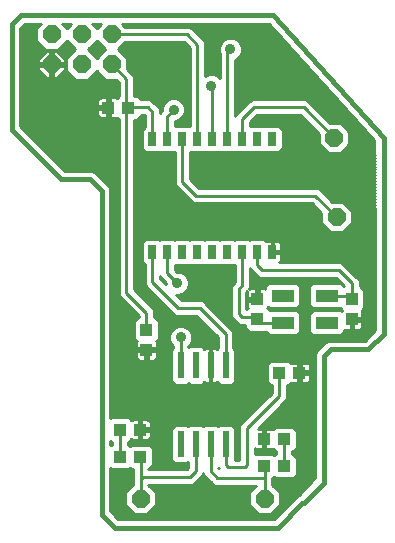
<source format=gtl>
G75*
G70*
%OFA0B0*%
%FSLAX24Y24*%
%IPPOS*%
%LPD*%
%AMOC8*
5,1,8,0,0,1.08239X$1,22.5*
%
%ADD10C,0.0160*%
%ADD11R,0.0433X0.0394*%
%ADD12R,0.0300X0.0450*%
%ADD13R,0.0236X0.0866*%
%ADD14R,0.0394X0.0433*%
%ADD15R,0.0748X0.0433*%
%ADD16OC8,0.0600*%
%ADD17C,0.0100*%
%ADD18C,0.0356*%
D10*
X006910Y003949D02*
X006910Y014737D01*
X006516Y015130D01*
X005571Y015130D01*
X003918Y016784D01*
X003918Y020288D01*
X004233Y020603D01*
X012619Y020603D01*
X016319Y016508D01*
X016319Y009973D01*
X015807Y009461D01*
X014548Y009461D01*
X014311Y009225D01*
X014311Y005012D01*
X013642Y004343D01*
X013603Y004343D02*
X012776Y003516D01*
X007343Y003516D01*
X006910Y003949D01*
D11*
X007520Y005878D03*
X008189Y005878D03*
X008189Y006784D03*
X007520Y006784D03*
X012323Y006469D03*
X012993Y006469D03*
X012993Y005563D03*
X012323Y005563D03*
X012835Y008674D03*
X013504Y008674D03*
X007804Y017508D03*
X007134Y017508D03*
D12*
X008599Y016472D03*
X009099Y016472D03*
X009599Y016472D03*
X010099Y016472D03*
X010599Y016472D03*
X011099Y016472D03*
X011599Y016472D03*
X012099Y016472D03*
X012599Y016472D03*
X012599Y012702D03*
X012099Y012702D03*
X011599Y012702D03*
X011099Y012702D03*
X010599Y012702D03*
X010099Y012702D03*
X009599Y012702D03*
X009099Y012702D03*
X008599Y012702D03*
D13*
X009546Y008922D03*
X010046Y008922D03*
X010546Y008922D03*
X011046Y008922D03*
X011046Y006300D03*
X010546Y006300D03*
X010046Y006300D03*
X009546Y006300D03*
D14*
X008406Y009441D03*
X008406Y010111D03*
X012107Y010465D03*
X012107Y011134D03*
X015256Y011134D03*
X015256Y010465D03*
D15*
X014410Y010347D03*
X014410Y011252D03*
X012953Y011252D03*
X012953Y010347D03*
D16*
X014744Y013870D03*
X014666Y016508D03*
X007241Y018961D03*
X007241Y019961D03*
X006241Y019961D03*
X006241Y018961D03*
X005241Y018961D03*
X005241Y019961D03*
X008209Y004481D03*
X012343Y004481D03*
D17*
X012343Y005170D01*
X010768Y005170D01*
X010546Y005392D01*
X010546Y006300D01*
X011046Y006300D02*
X011046Y005601D01*
X011122Y005524D01*
X011674Y005524D01*
X011752Y005603D01*
X011752Y006823D01*
X012835Y007906D01*
X012835Y008674D01*
X013093Y008269D02*
X013138Y008269D01*
X013214Y008346D01*
X013230Y008337D01*
X013268Y008327D01*
X013456Y008327D01*
X013456Y008625D01*
X013553Y008625D01*
X013553Y008722D01*
X013871Y008722D01*
X013871Y008890D01*
X013861Y008928D01*
X013841Y008963D01*
X013813Y008991D01*
X013779Y009010D01*
X013741Y009020D01*
X013553Y009020D01*
X013553Y008722D01*
X013456Y008722D01*
X013456Y009020D01*
X013268Y009020D01*
X013230Y009010D01*
X013214Y009001D01*
X013138Y009078D01*
X012533Y009078D01*
X012411Y008956D01*
X012411Y008391D01*
X012533Y008269D01*
X012578Y008269D01*
X012578Y008013D01*
X011534Y006969D01*
X011495Y006874D01*
X011495Y005781D01*
X011371Y005781D01*
X011371Y006819D01*
X011250Y006940D01*
X010842Y006940D01*
X010796Y006894D01*
X010750Y006940D01*
X010342Y006940D01*
X010296Y006894D01*
X010250Y006940D01*
X009842Y006940D01*
X009796Y006894D01*
X009750Y006940D01*
X009342Y006940D01*
X009220Y006819D01*
X009220Y005781D01*
X009342Y005659D01*
X009750Y005659D01*
X009788Y005698D01*
X009788Y005499D01*
X009756Y005467D01*
X008467Y005467D01*
X008467Y005474D01*
X008492Y005474D01*
X008613Y005596D01*
X008613Y006161D01*
X008492Y006283D01*
X007887Y006283D01*
X007855Y006251D01*
X007823Y006283D01*
X007778Y006283D01*
X007778Y006380D01*
X007823Y006380D01*
X007899Y006456D01*
X007915Y006447D01*
X007953Y006437D01*
X008141Y006437D01*
X008141Y006735D01*
X008238Y006735D01*
X008238Y006437D01*
X008426Y006437D01*
X008464Y006447D01*
X008498Y006467D01*
X008526Y006495D01*
X008546Y006529D01*
X008556Y006567D01*
X008556Y006735D01*
X008238Y006735D01*
X008238Y006832D01*
X008556Y006832D01*
X008556Y007000D01*
X008546Y007039D01*
X008526Y007073D01*
X008498Y007101D01*
X008464Y007120D01*
X008426Y007131D01*
X008238Y007131D01*
X008238Y006832D01*
X008141Y006832D01*
X008141Y007131D01*
X007953Y007131D01*
X007915Y007120D01*
X007899Y007111D01*
X007823Y007188D01*
X007218Y007188D01*
X007197Y007168D01*
X007197Y014794D01*
X007154Y014899D01*
X006760Y015293D01*
X006679Y015374D01*
X006573Y015418D01*
X005690Y015418D01*
X004205Y016903D01*
X004205Y020169D01*
X004352Y020315D01*
X004877Y020315D01*
X004733Y020171D01*
X004733Y019751D01*
X005030Y019454D01*
X005451Y019454D01*
X005741Y019743D01*
X006023Y019461D01*
X005733Y019171D01*
X005733Y018751D01*
X006030Y018454D01*
X006451Y018454D01*
X006741Y018743D01*
X007030Y018454D01*
X007384Y018454D01*
X007479Y018358D01*
X007479Y017891D01*
X007424Y017836D01*
X007409Y017845D01*
X007371Y017855D01*
X007183Y017855D01*
X007183Y017557D01*
X007086Y017557D01*
X007086Y017855D01*
X006898Y017855D01*
X006860Y017845D01*
X006826Y017825D01*
X006798Y017797D01*
X006778Y017763D01*
X006768Y017725D01*
X006768Y017557D01*
X007086Y017557D01*
X007086Y017460D01*
X007183Y017460D01*
X007183Y017161D01*
X007371Y017161D01*
X007409Y017172D01*
X007424Y017181D01*
X007479Y017126D01*
X007479Y011300D01*
X007518Y011205D01*
X007591Y011133D01*
X008148Y010575D01*
X008148Y010535D01*
X008123Y010535D01*
X008002Y010413D01*
X008002Y009808D01*
X008078Y009731D01*
X008069Y009716D01*
X008059Y009678D01*
X008059Y009490D01*
X008357Y009490D01*
X008357Y009393D01*
X008059Y009393D01*
X008059Y009205D01*
X008069Y009167D01*
X008089Y009133D01*
X008117Y009105D01*
X008151Y009085D01*
X008189Y009075D01*
X008357Y009075D01*
X008357Y009393D01*
X008454Y009393D01*
X008454Y009075D01*
X008623Y009075D01*
X008661Y009085D01*
X008695Y009105D01*
X008723Y009133D01*
X008743Y009167D01*
X008753Y009205D01*
X008753Y009393D01*
X008454Y009393D01*
X008454Y009490D01*
X008753Y009490D01*
X008753Y009678D01*
X008743Y009716D01*
X008733Y009731D01*
X008810Y009808D01*
X008810Y010413D01*
X008689Y010535D01*
X008663Y010535D01*
X008663Y010733D01*
X008624Y010827D01*
X008552Y010900D01*
X008552Y010900D01*
X007994Y011457D01*
X007994Y017104D01*
X008106Y017104D01*
X008228Y017225D01*
X008228Y017274D01*
X008339Y017274D01*
X008341Y017272D01*
X008341Y016883D01*
X008241Y016783D01*
X008241Y016161D01*
X008363Y016040D01*
X008835Y016040D01*
X008849Y016054D01*
X008863Y016040D01*
X009335Y016040D01*
X009341Y016046D01*
X009341Y016046D01*
X009341Y014989D01*
X009381Y014894D01*
X009841Y014433D01*
X009914Y014361D01*
X010008Y014322D01*
X013929Y014322D01*
X014237Y014014D01*
X014237Y013660D01*
X014534Y013363D01*
X014955Y013363D01*
X015252Y013660D01*
X015252Y014081D01*
X014955Y014378D01*
X014601Y014378D01*
X014182Y014797D01*
X014087Y014837D01*
X010166Y014837D01*
X009856Y015146D01*
X009856Y016046D01*
X009856Y016046D01*
X009863Y016040D01*
X010335Y016040D01*
X010349Y016054D01*
X010363Y016040D01*
X010835Y016040D01*
X010849Y016054D01*
X010863Y016040D01*
X011335Y016040D01*
X011349Y016054D01*
X011363Y016040D01*
X011835Y016040D01*
X011849Y016054D01*
X011863Y016040D01*
X012335Y016040D01*
X012349Y016054D01*
X012363Y016040D01*
X012835Y016040D01*
X012956Y016161D01*
X012956Y016783D01*
X012835Y016904D01*
X012363Y016904D01*
X012349Y016890D01*
X012335Y016904D01*
X011863Y016904D01*
X011856Y016898D01*
X011856Y017035D01*
X012095Y017274D01*
X013535Y017274D01*
X014158Y016652D01*
X014158Y016298D01*
X014456Y016001D01*
X014876Y016001D01*
X015173Y016298D01*
X015173Y016718D01*
X014876Y017016D01*
X014522Y017016D01*
X013788Y017750D01*
X013693Y017789D01*
X011937Y017789D01*
X011843Y017750D01*
X011770Y017678D01*
X011381Y017288D01*
X011356Y017229D01*
X011356Y019108D01*
X011420Y019134D01*
X011528Y019243D01*
X011587Y019384D01*
X011587Y019538D01*
X011528Y019679D01*
X011420Y019788D01*
X011278Y019847D01*
X011124Y019847D01*
X010983Y019788D01*
X010874Y019679D01*
X010816Y019538D01*
X010816Y019384D01*
X010841Y019322D01*
X010841Y018516D01*
X010790Y018567D01*
X010648Y018626D01*
X010495Y018626D01*
X010356Y018569D01*
X010356Y019670D01*
X010317Y019764D01*
X009975Y020107D01*
X009902Y020179D01*
X009808Y020219D01*
X007701Y020219D01*
X007604Y020315D01*
X012491Y020315D01*
X016005Y016427D01*
X016032Y011986D01*
X016032Y010092D01*
X015688Y009749D01*
X014490Y009749D01*
X014385Y009705D01*
X014304Y009624D01*
X014068Y009388D01*
X014024Y009282D01*
X014024Y005197D01*
X013878Y005052D01*
X013485Y004619D01*
X013462Y004596D01*
X013440Y004587D01*
X012657Y003804D01*
X007462Y003804D01*
X007371Y003895D01*
X007197Y004093D01*
X007197Y005494D01*
X007218Y005474D01*
X007823Y005474D01*
X007855Y005506D01*
X007887Y005474D01*
X007952Y005474D01*
X007952Y004941D01*
X007702Y004691D01*
X007702Y004271D01*
X007999Y003973D01*
X008419Y003973D01*
X008717Y004271D01*
X008717Y004691D01*
X008467Y004941D01*
X008467Y004952D01*
X009914Y004952D01*
X010008Y004991D01*
X010081Y005063D01*
X010264Y005246D01*
X010296Y005323D01*
X010327Y005246D01*
X010550Y005024D01*
X010622Y004951D01*
X010717Y004912D01*
X012057Y004912D01*
X011835Y004691D01*
X011835Y004271D01*
X012133Y003973D01*
X012553Y003973D01*
X012850Y004271D01*
X012850Y004691D01*
X012600Y004941D01*
X012600Y005159D01*
X012626Y005159D01*
X012658Y005191D01*
X012690Y005159D01*
X013295Y005159D01*
X013417Y005281D01*
X013417Y005846D01*
X013295Y005968D01*
X013250Y005968D01*
X013250Y006065D01*
X013295Y006065D01*
X013417Y006186D01*
X013417Y006752D01*
X013295Y006873D01*
X012690Y006873D01*
X012613Y006796D01*
X012598Y006806D01*
X012560Y006816D01*
X012372Y006816D01*
X012372Y006517D01*
X012275Y006517D01*
X012275Y006816D01*
X012109Y006816D01*
X012981Y007688D01*
X013053Y007760D01*
X013093Y007855D01*
X013093Y008269D01*
X013093Y008265D02*
X014024Y008265D01*
X014024Y008363D02*
X013819Y008363D01*
X013813Y008357D02*
X013841Y008385D01*
X013861Y008419D01*
X013871Y008457D01*
X013871Y008625D01*
X013553Y008625D01*
X013553Y008327D01*
X013741Y008327D01*
X013779Y008337D01*
X013813Y008357D01*
X013871Y008462D02*
X014024Y008462D01*
X014024Y008560D02*
X013871Y008560D01*
X014024Y008659D02*
X013553Y008659D01*
X013553Y008757D02*
X013456Y008757D01*
X013456Y008856D02*
X013553Y008856D01*
X013553Y008954D02*
X013456Y008954D01*
X013163Y009053D02*
X014024Y009053D01*
X014024Y009151D02*
X011371Y009151D01*
X011371Y009053D02*
X012507Y009053D01*
X012411Y008954D02*
X011371Y008954D01*
X011371Y008856D02*
X012411Y008856D01*
X012411Y008757D02*
X011371Y008757D01*
X011371Y008659D02*
X012411Y008659D01*
X012411Y008560D02*
X011371Y008560D01*
X011371Y008462D02*
X012411Y008462D01*
X012439Y008363D02*
X011332Y008363D01*
X011371Y008403D02*
X011371Y009441D01*
X011303Y009509D01*
X011303Y010022D01*
X011264Y010117D01*
X010396Y010985D01*
X010323Y011057D01*
X010229Y011096D01*
X009576Y011096D01*
X009392Y011280D01*
X009506Y011280D01*
X009648Y011339D01*
X009756Y011447D01*
X009815Y011589D01*
X009815Y011742D01*
X009756Y011884D01*
X009648Y011993D01*
X009506Y012051D01*
X009408Y012051D01*
X009356Y012103D01*
X009356Y012276D01*
X009363Y012270D01*
X009835Y012270D01*
X009849Y012284D01*
X009863Y012270D01*
X010335Y012270D01*
X010349Y012284D01*
X010363Y012270D01*
X010835Y012270D01*
X010849Y012284D01*
X010863Y012270D01*
X011335Y012270D01*
X011341Y012276D01*
X011341Y011698D01*
X011258Y011615D01*
X011219Y011520D01*
X011219Y010591D01*
X011258Y010496D01*
X011377Y010378D01*
X011449Y010306D01*
X011544Y010267D01*
X011702Y010267D01*
X011702Y010162D01*
X011824Y010041D01*
X012375Y010041D01*
X012493Y009923D01*
X013413Y009923D01*
X013535Y010044D01*
X013535Y010649D01*
X013413Y010771D01*
X012508Y010771D01*
X012434Y010844D01*
X012443Y010860D01*
X012447Y010874D01*
X012493Y010828D01*
X013413Y010828D01*
X013535Y010950D01*
X013535Y011555D01*
X013413Y011676D01*
X012493Y011676D01*
X012372Y011555D01*
X012372Y011485D01*
X012361Y011491D01*
X012323Y011501D01*
X012155Y011501D01*
X012155Y011183D01*
X012058Y011183D01*
X012058Y011501D01*
X011890Y011501D01*
X011852Y011491D01*
X011831Y011478D01*
X011856Y011540D01*
X011856Y012177D01*
X011881Y012118D01*
X012046Y011953D01*
X012118Y011881D01*
X012213Y011841D01*
X014717Y011841D01*
X014999Y011559D01*
X014999Y011558D01*
X014988Y011558D01*
X014870Y011676D01*
X013950Y011676D01*
X013828Y011555D01*
X013828Y010950D01*
X013950Y010828D01*
X014855Y010828D01*
X014929Y010755D01*
X014920Y010739D01*
X014916Y010725D01*
X014870Y010771D01*
X013950Y010771D01*
X013828Y010649D01*
X013828Y010044D01*
X013950Y009923D01*
X014870Y009923D01*
X014991Y010044D01*
X014991Y010115D01*
X015002Y010109D01*
X015040Y010098D01*
X015208Y010098D01*
X015208Y010417D01*
X015305Y010417D01*
X015305Y010513D01*
X015603Y010513D01*
X015603Y010701D01*
X015593Y010739D01*
X015584Y010755D01*
X015661Y010832D01*
X015661Y011437D01*
X015539Y011558D01*
X015514Y011558D01*
X015514Y011717D01*
X015475Y011812D01*
X015402Y011884D01*
X014969Y012317D01*
X014874Y012356D01*
X012840Y012356D01*
X012841Y012357D01*
X012869Y012385D01*
X012889Y012419D01*
X012899Y012457D01*
X012899Y012677D01*
X012624Y012677D01*
X012624Y012727D01*
X012899Y012727D01*
X012899Y012947D01*
X012889Y012985D01*
X012869Y013019D01*
X012841Y013047D01*
X012807Y013067D01*
X012769Y013077D01*
X012624Y013077D01*
X012624Y012727D01*
X012574Y012727D01*
X012574Y013077D01*
X012429Y013077D01*
X012400Y013069D01*
X012335Y013134D01*
X011863Y013134D01*
X011849Y013120D01*
X011835Y013134D01*
X011363Y013134D01*
X011349Y013120D01*
X011335Y013134D01*
X010863Y013134D01*
X010849Y013120D01*
X010835Y013134D01*
X010363Y013134D01*
X010349Y013120D01*
X010335Y013134D01*
X009863Y013134D01*
X009849Y013120D01*
X009835Y013134D01*
X009363Y013134D01*
X009349Y013120D01*
X009335Y013134D01*
X008863Y013134D01*
X008849Y013120D01*
X008835Y013134D01*
X008363Y013134D01*
X008241Y013013D01*
X008241Y012391D01*
X008345Y012287D01*
X008345Y011654D01*
X008384Y011559D01*
X008457Y011487D01*
X009323Y010621D01*
X009418Y010581D01*
X010071Y010581D01*
X010788Y009864D01*
X010788Y009509D01*
X010755Y009475D01*
X010722Y009495D01*
X010684Y009505D01*
X010555Y009505D01*
X010555Y008931D01*
X010537Y008931D01*
X010537Y009505D01*
X010408Y009505D01*
X010370Y009495D01*
X010337Y009475D01*
X010250Y009562D01*
X009842Y009562D01*
X009803Y009524D01*
X009803Y009565D01*
X009875Y009636D01*
X009933Y009778D01*
X009933Y009931D01*
X009875Y010073D01*
X009766Y010182D01*
X009624Y010240D01*
X009471Y010240D01*
X009329Y010182D01*
X009221Y010073D01*
X009162Y009931D01*
X009162Y009778D01*
X009221Y009636D01*
X009288Y009569D01*
X009288Y009509D01*
X009220Y009441D01*
X009220Y008403D01*
X009342Y008281D01*
X009750Y008281D01*
X009796Y008327D01*
X009842Y008281D01*
X010250Y008281D01*
X010337Y008368D01*
X010370Y008349D01*
X010408Y008339D01*
X010537Y008339D01*
X010537Y008913D01*
X010555Y008913D01*
X010555Y008339D01*
X010684Y008339D01*
X010722Y008349D01*
X010755Y008368D01*
X010842Y008281D01*
X011250Y008281D01*
X011371Y008403D01*
X011046Y008922D02*
X011046Y009971D01*
X010178Y010839D01*
X009469Y010839D01*
X008603Y011705D01*
X008603Y012698D01*
X008599Y012702D01*
X008241Y012697D02*
X007994Y012697D01*
X007994Y012599D02*
X008241Y012599D01*
X008241Y012500D02*
X007994Y012500D01*
X007994Y012402D02*
X008241Y012402D01*
X008329Y012303D02*
X007994Y012303D01*
X007994Y012205D02*
X008345Y012205D01*
X008345Y012106D02*
X007994Y012106D01*
X007994Y012008D02*
X008345Y012008D01*
X008345Y011909D02*
X007994Y011909D01*
X007994Y011811D02*
X008345Y011811D01*
X008345Y011712D02*
X007994Y011712D01*
X007994Y011614D02*
X008362Y011614D01*
X008429Y011515D02*
X007994Y011515D01*
X008035Y011417D02*
X008527Y011417D01*
X008626Y011318D02*
X008134Y011318D01*
X008232Y011220D02*
X008724Y011220D01*
X008823Y011121D02*
X008331Y011121D01*
X008429Y011023D02*
X008921Y011023D01*
X009020Y010924D02*
X008528Y010924D01*
X008625Y010826D02*
X009118Y010826D01*
X009217Y010727D02*
X008663Y010727D01*
X008663Y010629D02*
X009315Y010629D01*
X009457Y010235D02*
X008810Y010235D01*
X008810Y010333D02*
X010319Y010333D01*
X010221Y010432D02*
X008792Y010432D01*
X008693Y010530D02*
X010122Y010530D01*
X010418Y010235D02*
X009638Y010235D01*
X009812Y010136D02*
X010516Y010136D01*
X010615Y010038D02*
X009889Y010038D01*
X009930Y009939D02*
X010713Y009939D01*
X010788Y009841D02*
X009933Y009841D01*
X009918Y009742D02*
X010788Y009742D01*
X010788Y009644D02*
X009878Y009644D01*
X009824Y009545D02*
X009803Y009545D01*
X009546Y009853D02*
X009546Y008922D01*
X009220Y008954D02*
X007197Y008954D01*
X007197Y008856D02*
X009220Y008856D01*
X009220Y008757D02*
X007197Y008757D01*
X007197Y008659D02*
X009220Y008659D01*
X009220Y008560D02*
X007197Y008560D01*
X007197Y008462D02*
X009220Y008462D01*
X009260Y008363D02*
X007197Y008363D01*
X007197Y008265D02*
X012578Y008265D01*
X012578Y008166D02*
X007197Y008166D01*
X007197Y008068D02*
X012578Y008068D01*
X012534Y007969D02*
X007197Y007969D01*
X007197Y007871D02*
X012436Y007871D01*
X012337Y007772D02*
X007197Y007772D01*
X007197Y007674D02*
X012239Y007674D01*
X012140Y007575D02*
X007197Y007575D01*
X007197Y007477D02*
X012042Y007477D01*
X011943Y007378D02*
X007197Y007378D01*
X007197Y007280D02*
X011845Y007280D01*
X011746Y007181D02*
X007830Y007181D01*
X008141Y007083D02*
X008238Y007083D01*
X008238Y006984D02*
X008141Y006984D01*
X008141Y006886D02*
X008238Y006886D01*
X008238Y006787D02*
X009220Y006787D01*
X009220Y006689D02*
X008556Y006689D01*
X008556Y006590D02*
X009220Y006590D01*
X009220Y006492D02*
X008523Y006492D01*
X008238Y006492D02*
X008141Y006492D01*
X008141Y006590D02*
X008238Y006590D01*
X008238Y006689D02*
X008141Y006689D01*
X007836Y006393D02*
X009220Y006393D01*
X009220Y006295D02*
X007778Y006295D01*
X007520Y005878D02*
X007520Y006784D01*
X007263Y006380D02*
X007263Y006283D01*
X007218Y006283D01*
X007197Y006262D01*
X007197Y006400D01*
X007218Y006380D01*
X007263Y006380D01*
X007204Y006393D02*
X007197Y006393D01*
X007197Y006295D02*
X007263Y006295D01*
X007210Y007181D02*
X007197Y007181D01*
X008189Y005878D02*
X008209Y005859D01*
X008209Y005130D01*
X008209Y004481D01*
X008574Y004128D02*
X011978Y004128D01*
X011880Y004226D02*
X008672Y004226D01*
X008717Y004325D02*
X011835Y004325D01*
X011835Y004423D02*
X008717Y004423D01*
X008717Y004522D02*
X011835Y004522D01*
X011835Y004620D02*
X008717Y004620D01*
X008689Y004719D02*
X011863Y004719D01*
X011962Y004817D02*
X008590Y004817D01*
X008492Y004916D02*
X010709Y004916D01*
X010560Y005014D02*
X010032Y005014D01*
X010130Y005113D02*
X010461Y005113D01*
X010363Y005211D02*
X010229Y005211D01*
X010290Y005310D02*
X010301Y005310D01*
X010046Y005392D02*
X009863Y005209D01*
X008288Y005209D01*
X008209Y005130D01*
X007952Y005113D02*
X007197Y005113D01*
X007197Y005211D02*
X007952Y005211D01*
X007952Y005310D02*
X007197Y005310D01*
X007197Y005408D02*
X007952Y005408D01*
X007952Y005014D02*
X007197Y005014D01*
X007197Y004916D02*
X007926Y004916D01*
X007828Y004817D02*
X007197Y004817D01*
X007197Y004719D02*
X007729Y004719D01*
X007702Y004620D02*
X007197Y004620D01*
X007197Y004522D02*
X007702Y004522D01*
X007702Y004423D02*
X007197Y004423D01*
X007197Y004325D02*
X007702Y004325D01*
X007746Y004226D02*
X007197Y004226D01*
X007197Y004128D02*
X007845Y004128D01*
X007943Y004029D02*
X007253Y004029D01*
X007340Y003931D02*
X012784Y003931D01*
X012882Y004029D02*
X012609Y004029D01*
X012707Y004128D02*
X012981Y004128D01*
X013079Y004226D02*
X012806Y004226D01*
X012850Y004325D02*
X013178Y004325D01*
X013276Y004423D02*
X012850Y004423D01*
X012850Y004522D02*
X013375Y004522D01*
X013486Y004620D02*
X012850Y004620D01*
X012823Y004719D02*
X013576Y004719D01*
X013665Y004817D02*
X012724Y004817D01*
X012626Y004916D02*
X013755Y004916D01*
X013844Y005014D02*
X012600Y005014D01*
X012600Y005113D02*
X013939Y005113D01*
X014024Y005211D02*
X013347Y005211D01*
X013417Y005310D02*
X014024Y005310D01*
X014024Y005408D02*
X013417Y005408D01*
X013417Y005507D02*
X014024Y005507D01*
X014024Y005605D02*
X013417Y005605D01*
X013417Y005704D02*
X014024Y005704D01*
X014024Y005802D02*
X013417Y005802D01*
X013362Y005901D02*
X014024Y005901D01*
X014024Y005999D02*
X013250Y005999D01*
X013328Y006098D02*
X014024Y006098D01*
X014024Y006196D02*
X013417Y006196D01*
X013417Y006295D02*
X014024Y006295D01*
X014024Y006393D02*
X013417Y006393D01*
X013417Y006492D02*
X014024Y006492D01*
X014024Y006590D02*
X013417Y006590D01*
X013417Y006689D02*
X014024Y006689D01*
X014024Y006787D02*
X013381Y006787D01*
X012993Y006469D02*
X012993Y005563D01*
X012735Y005968D02*
X012690Y005968D01*
X012658Y005936D01*
X012626Y005968D01*
X012021Y005968D01*
X012010Y005957D01*
X012010Y006157D01*
X012015Y006152D01*
X012049Y006132D01*
X012087Y006122D01*
X012275Y006122D01*
X012275Y006420D01*
X012372Y006420D01*
X012372Y006122D01*
X012560Y006122D01*
X012598Y006132D01*
X012613Y006141D01*
X012690Y006065D01*
X012735Y006065D01*
X012735Y005968D01*
X012735Y005999D02*
X012010Y005999D01*
X012010Y006098D02*
X012657Y006098D01*
X012372Y006196D02*
X012275Y006196D01*
X012275Y006295D02*
X012372Y006295D01*
X012372Y006393D02*
X012275Y006393D01*
X012275Y006590D02*
X012372Y006590D01*
X012372Y006689D02*
X012275Y006689D01*
X012275Y006787D02*
X012372Y006787D01*
X012179Y006886D02*
X014024Y006886D01*
X014024Y006984D02*
X012277Y006984D01*
X012376Y007083D02*
X014024Y007083D01*
X014024Y007181D02*
X012474Y007181D01*
X012573Y007280D02*
X014024Y007280D01*
X014024Y007378D02*
X012671Y007378D01*
X012770Y007477D02*
X014024Y007477D01*
X014024Y007575D02*
X012868Y007575D01*
X012967Y007674D02*
X014024Y007674D01*
X014024Y007772D02*
X013058Y007772D01*
X013093Y007871D02*
X014024Y007871D01*
X014024Y007969D02*
X013093Y007969D01*
X013093Y008068D02*
X014024Y008068D01*
X014024Y008166D02*
X013093Y008166D01*
X013456Y008363D02*
X013553Y008363D01*
X013553Y008462D02*
X013456Y008462D01*
X013456Y008560D02*
X013553Y008560D01*
X013871Y008757D02*
X014024Y008757D01*
X014024Y008856D02*
X013871Y008856D01*
X013846Y008954D02*
X014024Y008954D01*
X014024Y009250D02*
X011371Y009250D01*
X011371Y009348D02*
X014051Y009348D01*
X014127Y009447D02*
X011365Y009447D01*
X011303Y009545D02*
X014225Y009545D01*
X014324Y009644D02*
X011303Y009644D01*
X011303Y009742D02*
X014475Y009742D01*
X014886Y009939D02*
X015879Y009939D01*
X015977Y010038D02*
X014984Y010038D01*
X015208Y010136D02*
X015305Y010136D01*
X015305Y010098D02*
X015473Y010098D01*
X015511Y010109D01*
X015545Y010128D01*
X015573Y010156D01*
X015593Y010191D01*
X015603Y010229D01*
X015603Y010417D01*
X015305Y010417D01*
X015305Y010098D01*
X015305Y010235D02*
X015208Y010235D01*
X015208Y010333D02*
X015305Y010333D01*
X015305Y010432D02*
X016032Y010432D01*
X016032Y010530D02*
X015603Y010530D01*
X015603Y010629D02*
X016032Y010629D01*
X016032Y010727D02*
X015596Y010727D01*
X015654Y010826D02*
X016032Y010826D01*
X016032Y010924D02*
X015661Y010924D01*
X015661Y011023D02*
X016032Y011023D01*
X016032Y011121D02*
X015661Y011121D01*
X015661Y011220D02*
X016032Y011220D01*
X016032Y011318D02*
X015661Y011318D01*
X015661Y011417D02*
X016032Y011417D01*
X016032Y011515D02*
X015582Y011515D01*
X015514Y011614D02*
X016032Y011614D01*
X016032Y011712D02*
X015514Y011712D01*
X015475Y011811D02*
X016032Y011811D01*
X016032Y011909D02*
X015377Y011909D01*
X015279Y012008D02*
X016032Y012008D01*
X016031Y012106D02*
X015180Y012106D01*
X015082Y012205D02*
X016030Y012205D01*
X016030Y012303D02*
X014983Y012303D01*
X014823Y012099D02*
X015256Y011666D01*
X015256Y011134D01*
X015138Y011252D01*
X014410Y011252D01*
X013828Y011220D02*
X013535Y011220D01*
X013535Y011318D02*
X013828Y011318D01*
X013828Y011417D02*
X013535Y011417D01*
X013535Y011515D02*
X013828Y011515D01*
X013887Y011614D02*
X013476Y011614D01*
X013535Y011121D02*
X013828Y011121D01*
X013828Y011023D02*
X013535Y011023D01*
X013509Y010924D02*
X013854Y010924D01*
X013906Y010727D02*
X013457Y010727D01*
X013535Y010629D02*
X013828Y010629D01*
X013828Y010530D02*
X013535Y010530D01*
X013535Y010432D02*
X013828Y010432D01*
X013828Y010333D02*
X013535Y010333D01*
X013535Y010235D02*
X013828Y010235D01*
X013828Y010136D02*
X013535Y010136D01*
X013528Y010038D02*
X013835Y010038D01*
X013934Y009939D02*
X013429Y009939D01*
X012953Y010347D02*
X012225Y010347D01*
X012107Y010465D01*
X012048Y010524D01*
X011595Y010524D01*
X011477Y010642D01*
X011477Y011469D01*
X011599Y011591D01*
X011599Y012702D01*
X012099Y012702D02*
X012099Y012264D01*
X012264Y012099D01*
X014823Y012099D01*
X014747Y011811D02*
X011856Y011811D01*
X011856Y011909D02*
X012090Y011909D01*
X011991Y012008D02*
X011856Y012008D01*
X011856Y012106D02*
X011893Y012106D01*
X011856Y011712D02*
X014846Y011712D01*
X014933Y011614D02*
X014944Y011614D01*
X014858Y010826D02*
X012453Y010826D01*
X012058Y011086D02*
X011760Y011086D01*
X011760Y010898D01*
X011770Y010860D01*
X011779Y010844D01*
X011734Y010799D01*
X011734Y011362D01*
X011766Y011394D01*
X011760Y011371D01*
X011760Y011183D01*
X012058Y011183D01*
X012058Y011086D01*
X012058Y011121D02*
X011734Y011121D01*
X011734Y011023D02*
X011760Y011023D01*
X011760Y010924D02*
X011734Y010924D01*
X011734Y010826D02*
X011760Y010826D01*
X011734Y011220D02*
X011760Y011220D01*
X011760Y011318D02*
X011734Y011318D01*
X011846Y011515D02*
X012372Y011515D01*
X012430Y011614D02*
X011856Y011614D01*
X012058Y011417D02*
X012155Y011417D01*
X012155Y011318D02*
X012058Y011318D01*
X012058Y011220D02*
X012155Y011220D01*
X011219Y011220D02*
X009452Y011220D01*
X009551Y011121D02*
X011219Y011121D01*
X011219Y011023D02*
X010358Y011023D01*
X010457Y010924D02*
X011219Y010924D01*
X011219Y010826D02*
X010555Y010826D01*
X010654Y010727D02*
X011219Y010727D01*
X011219Y010629D02*
X010752Y010629D01*
X010851Y010530D02*
X011245Y010530D01*
X011323Y010432D02*
X010949Y010432D01*
X011048Y010333D02*
X011422Y010333D01*
X011245Y010136D02*
X011729Y010136D01*
X011702Y010235D02*
X011146Y010235D01*
X011297Y010038D02*
X012379Y010038D01*
X012477Y009939D02*
X011303Y009939D01*
X011303Y009841D02*
X015780Y009841D01*
X015553Y010136D02*
X016032Y010136D01*
X016032Y010235D02*
X015603Y010235D01*
X015603Y010333D02*
X016032Y010333D01*
X014916Y010727D02*
X014914Y010727D01*
X016029Y012402D02*
X012878Y012402D01*
X012899Y012500D02*
X016029Y012500D01*
X016028Y012599D02*
X012899Y012599D01*
X012899Y012796D02*
X016027Y012796D01*
X016026Y012894D02*
X012899Y012894D01*
X012884Y012993D02*
X016026Y012993D01*
X016025Y013091D02*
X012378Y013091D01*
X012574Y012993D02*
X012624Y012993D01*
X012624Y012894D02*
X012574Y012894D01*
X012574Y012796D02*
X012624Y012796D01*
X012624Y012697D02*
X016028Y012697D01*
X016025Y013190D02*
X007994Y013190D01*
X007994Y013288D02*
X016024Y013288D01*
X016023Y013387D02*
X014978Y013387D01*
X015077Y013485D02*
X016023Y013485D01*
X016022Y013584D02*
X015175Y013584D01*
X015252Y013682D02*
X016022Y013682D01*
X016021Y013781D02*
X015252Y013781D01*
X015252Y013879D02*
X016020Y013879D01*
X016020Y013978D02*
X015252Y013978D01*
X015252Y014076D02*
X016019Y014076D01*
X016019Y014175D02*
X015158Y014175D01*
X015060Y014273D02*
X016018Y014273D01*
X016017Y014372D02*
X014961Y014372D01*
X014509Y014470D02*
X016017Y014470D01*
X016016Y014569D02*
X014411Y014569D01*
X014312Y014667D02*
X016016Y014667D01*
X016015Y014766D02*
X014214Y014766D01*
X014036Y014579D02*
X014744Y013870D01*
X014511Y013387D02*
X007994Y013387D01*
X007994Y013485D02*
X014412Y013485D01*
X014314Y013584D02*
X007994Y013584D01*
X007994Y013682D02*
X014237Y013682D01*
X014237Y013781D02*
X007994Y013781D01*
X007994Y013879D02*
X014237Y013879D01*
X014237Y013978D02*
X007994Y013978D01*
X007994Y014076D02*
X014175Y014076D01*
X014076Y014175D02*
X007994Y014175D01*
X007994Y014273D02*
X013978Y014273D01*
X014036Y014579D02*
X010059Y014579D01*
X009599Y015040D01*
X009599Y016472D01*
X009841Y016898D02*
X009835Y016904D01*
X009363Y016904D01*
X009356Y016898D01*
X009356Y017068D01*
X009388Y017068D01*
X009530Y017126D01*
X009638Y017235D01*
X009697Y017376D01*
X009697Y017530D01*
X009638Y017672D01*
X009530Y017780D01*
X009388Y017839D01*
X009235Y017839D01*
X009093Y017780D01*
X008985Y017672D01*
X008926Y017530D01*
X008926Y017432D01*
X008881Y017386D01*
X008856Y017328D01*
X008856Y017430D01*
X008817Y017524D01*
X008664Y017678D01*
X008591Y017750D01*
X008496Y017789D01*
X008228Y017789D01*
X008228Y017791D01*
X008106Y017913D01*
X007994Y017913D01*
X007994Y018516D01*
X007955Y018611D01*
X007882Y018683D01*
X007748Y018818D01*
X007748Y019171D01*
X007458Y019461D01*
X007701Y019704D01*
X009650Y019704D01*
X009841Y019512D01*
X009841Y016898D01*
X009841Y016933D02*
X009356Y016933D01*
X009356Y017031D02*
X009841Y017031D01*
X009841Y017130D02*
X009533Y017130D01*
X009632Y017228D02*
X009841Y017228D01*
X009841Y017327D02*
X009676Y017327D01*
X009697Y017425D02*
X009841Y017425D01*
X009841Y017524D02*
X009697Y017524D01*
X009659Y017622D02*
X009841Y017622D01*
X009841Y017721D02*
X009589Y017721D01*
X009436Y017819D02*
X009841Y017819D01*
X009841Y017918D02*
X007994Y017918D01*
X007994Y018016D02*
X009841Y018016D01*
X009841Y018115D02*
X007994Y018115D01*
X007994Y018213D02*
X009841Y018213D01*
X009841Y018312D02*
X007994Y018312D01*
X007994Y018410D02*
X009841Y018410D01*
X009841Y018509D02*
X007994Y018509D01*
X007956Y018607D02*
X009841Y018607D01*
X009841Y018706D02*
X007860Y018706D01*
X007882Y018683D02*
X007882Y018683D01*
X007762Y018804D02*
X009841Y018804D01*
X009841Y018903D02*
X007748Y018903D01*
X007748Y019001D02*
X009841Y019001D01*
X009841Y019100D02*
X007748Y019100D01*
X007721Y019198D02*
X009841Y019198D01*
X009841Y019297D02*
X007623Y019297D01*
X007524Y019395D02*
X009841Y019395D01*
X009841Y019494D02*
X007491Y019494D01*
X007589Y019592D02*
X009761Y019592D01*
X009663Y019691D02*
X007688Y019691D01*
X007241Y019961D02*
X009756Y019961D01*
X010099Y019619D01*
X010099Y016472D01*
X010341Y016046D02*
X010356Y016046D01*
X010841Y016046D02*
X010856Y016046D01*
X011341Y016046D02*
X011356Y016046D01*
X011841Y016046D02*
X011856Y016046D01*
X012341Y016046D02*
X012356Y016046D01*
X012841Y016046D02*
X014410Y016046D01*
X014312Y016145D02*
X012940Y016145D01*
X012956Y016243D02*
X014213Y016243D01*
X014158Y016342D02*
X012956Y016342D01*
X012956Y016440D02*
X014158Y016440D01*
X014158Y016539D02*
X012956Y016539D01*
X012956Y016637D02*
X014158Y016637D01*
X014074Y016736D02*
X012956Y016736D01*
X012905Y016834D02*
X013976Y016834D01*
X013877Y016933D02*
X011856Y016933D01*
X011856Y017031D02*
X013779Y017031D01*
X013680Y017130D02*
X011950Y017130D01*
X012049Y017228D02*
X013582Y017228D01*
X013642Y017532D02*
X014666Y016508D01*
X015020Y016145D02*
X016007Y016145D01*
X016006Y016243D02*
X015118Y016243D01*
X015173Y016342D02*
X016006Y016342D01*
X015993Y016440D02*
X015173Y016440D01*
X015173Y016539D02*
X015904Y016539D01*
X015815Y016637D02*
X015173Y016637D01*
X015156Y016736D02*
X015726Y016736D01*
X015637Y016834D02*
X015058Y016834D01*
X014959Y016933D02*
X015548Y016933D01*
X015459Y017031D02*
X014507Y017031D01*
X014409Y017130D02*
X015370Y017130D01*
X015281Y017228D02*
X014310Y017228D01*
X014212Y017327D02*
X015192Y017327D01*
X015103Y017425D02*
X014113Y017425D01*
X014015Y017524D02*
X015014Y017524D01*
X014925Y017622D02*
X013916Y017622D01*
X013818Y017721D02*
X014836Y017721D01*
X014747Y017819D02*
X011356Y017819D01*
X011356Y017721D02*
X011813Y017721D01*
X011715Y017622D02*
X011356Y017622D01*
X011356Y017524D02*
X011616Y017524D01*
X011518Y017425D02*
X011356Y017425D01*
X011356Y017327D02*
X011419Y017327D01*
X011599Y017142D02*
X011989Y017532D01*
X013642Y017532D01*
X014391Y018213D02*
X011356Y018213D01*
X011356Y018115D02*
X014480Y018115D01*
X014569Y018016D02*
X011356Y018016D01*
X011356Y017918D02*
X014658Y017918D01*
X014302Y018312D02*
X011356Y018312D01*
X011356Y018410D02*
X014213Y018410D01*
X014124Y018509D02*
X011356Y018509D01*
X011356Y018607D02*
X014035Y018607D01*
X013946Y018706D02*
X011356Y018706D01*
X011356Y018804D02*
X013857Y018804D01*
X013768Y018903D02*
X011356Y018903D01*
X011356Y019001D02*
X013679Y019001D01*
X013590Y019100D02*
X011356Y019100D01*
X011484Y019198D02*
X013501Y019198D01*
X013412Y019297D02*
X011550Y019297D01*
X011587Y019395D02*
X013323Y019395D01*
X013234Y019494D02*
X011587Y019494D01*
X011564Y019592D02*
X013145Y019592D01*
X013055Y019691D02*
X011517Y019691D01*
X011417Y019789D02*
X012966Y019789D01*
X012877Y019888D02*
X010194Y019888D01*
X010095Y019986D02*
X012788Y019986D01*
X012699Y020085D02*
X009997Y020085D01*
X009893Y020183D02*
X012610Y020183D01*
X012521Y020282D02*
X007638Y020282D01*
X006877Y020315D02*
X006741Y020179D01*
X006604Y020315D01*
X006877Y020315D01*
X006843Y020282D02*
X006638Y020282D01*
X006736Y020183D02*
X006745Y020183D01*
X006741Y019743D02*
X007023Y019461D01*
X006741Y019179D01*
X006458Y019461D01*
X006741Y019743D01*
X006793Y019691D02*
X006688Y019691D01*
X006589Y019592D02*
X006892Y019592D01*
X006990Y019494D02*
X006491Y019494D01*
X006524Y019395D02*
X006957Y019395D01*
X006858Y019297D02*
X006623Y019297D01*
X006721Y019198D02*
X006760Y019198D01*
X006778Y018706D02*
X006703Y018706D01*
X006604Y018607D02*
X006877Y018607D01*
X006975Y018509D02*
X006506Y018509D01*
X005975Y018509D02*
X004205Y018509D01*
X004205Y018607D02*
X004958Y018607D01*
X005054Y018511D02*
X005191Y018511D01*
X005191Y018911D01*
X005291Y018911D01*
X005291Y019011D01*
X005691Y019011D01*
X005691Y019147D01*
X005427Y019411D01*
X005291Y019411D01*
X005291Y019011D01*
X005191Y019011D01*
X005191Y019411D01*
X005054Y019411D01*
X004791Y019147D01*
X004791Y019011D01*
X005191Y019011D01*
X005191Y018911D01*
X004791Y018911D01*
X004791Y018775D01*
X005054Y018511D01*
X005191Y018607D02*
X005291Y018607D01*
X005291Y018511D02*
X005427Y018511D01*
X005691Y018775D01*
X005691Y018911D01*
X005291Y018911D01*
X005291Y018511D01*
X005291Y018706D02*
X005191Y018706D01*
X005191Y018804D02*
X005291Y018804D01*
X005291Y018903D02*
X005191Y018903D01*
X005191Y019001D02*
X004205Y019001D01*
X004205Y018903D02*
X004791Y018903D01*
X004791Y018804D02*
X004205Y018804D01*
X004205Y018706D02*
X004860Y018706D01*
X004791Y019100D02*
X004205Y019100D01*
X004205Y019198D02*
X004841Y019198D01*
X004940Y019297D02*
X004205Y019297D01*
X004205Y019395D02*
X005038Y019395D01*
X004990Y019494D02*
X004205Y019494D01*
X004205Y019592D02*
X004892Y019592D01*
X004793Y019691D02*
X004205Y019691D01*
X004205Y019789D02*
X004733Y019789D01*
X004733Y019888D02*
X004205Y019888D01*
X004205Y019986D02*
X004733Y019986D01*
X004733Y020085D02*
X004205Y020085D01*
X004220Y020183D02*
X004745Y020183D01*
X004843Y020282D02*
X004318Y020282D01*
X005191Y019395D02*
X005291Y019395D01*
X005291Y019297D02*
X005191Y019297D01*
X005191Y019198D02*
X005291Y019198D01*
X005291Y019100D02*
X005191Y019100D01*
X005291Y019001D02*
X005733Y019001D01*
X005733Y018903D02*
X005691Y018903D01*
X005691Y018804D02*
X005733Y018804D01*
X005778Y018706D02*
X005621Y018706D01*
X005523Y018607D02*
X005877Y018607D01*
X005733Y019100D02*
X005691Y019100D01*
X005640Y019198D02*
X005760Y019198D01*
X005858Y019297D02*
X005541Y019297D01*
X005443Y019395D02*
X005957Y019395D01*
X005990Y019494D02*
X005491Y019494D01*
X005589Y019592D02*
X005892Y019592D01*
X005793Y019691D02*
X005688Y019691D01*
X005741Y020179D02*
X005604Y020315D01*
X005877Y020315D01*
X005741Y020179D01*
X005745Y020183D02*
X005736Y020183D01*
X005638Y020282D02*
X005843Y020282D01*
X007241Y018961D02*
X007737Y018465D01*
X007737Y017532D01*
X007748Y017544D01*
X007737Y017532D02*
X007737Y011351D01*
X008406Y010681D01*
X008406Y010111D01*
X008810Y010136D02*
X009284Y010136D01*
X009206Y010038D02*
X008810Y010038D01*
X008810Y009939D02*
X009165Y009939D01*
X009162Y009841D02*
X008810Y009841D01*
X008744Y009742D02*
X009177Y009742D01*
X009218Y009644D02*
X008753Y009644D01*
X008753Y009545D02*
X009288Y009545D01*
X009226Y009447D02*
X008454Y009447D01*
X008357Y009447D02*
X007197Y009447D01*
X007197Y009545D02*
X008059Y009545D01*
X008059Y009644D02*
X007197Y009644D01*
X007197Y009742D02*
X008068Y009742D01*
X008002Y009841D02*
X007197Y009841D01*
X007197Y009939D02*
X008002Y009939D01*
X008002Y010038D02*
X007197Y010038D01*
X007197Y010136D02*
X008002Y010136D01*
X008002Y010235D02*
X007197Y010235D01*
X007197Y010333D02*
X008002Y010333D01*
X008020Y010432D02*
X007197Y010432D01*
X007197Y010530D02*
X008118Y010530D01*
X008095Y010629D02*
X007197Y010629D01*
X007197Y010727D02*
X007996Y010727D01*
X007898Y010826D02*
X007197Y010826D01*
X007197Y010924D02*
X007799Y010924D01*
X007701Y011023D02*
X007197Y011023D01*
X007197Y011121D02*
X007602Y011121D01*
X007512Y011220D02*
X007197Y011220D01*
X007197Y011318D02*
X007479Y011318D01*
X007479Y011417D02*
X007197Y011417D01*
X007197Y011515D02*
X007479Y011515D01*
X007479Y011614D02*
X007197Y011614D01*
X007197Y011712D02*
X007479Y011712D01*
X007479Y011811D02*
X007197Y011811D01*
X007197Y011909D02*
X007479Y011909D01*
X007479Y012008D02*
X007197Y012008D01*
X007197Y012106D02*
X007479Y012106D01*
X007479Y012205D02*
X007197Y012205D01*
X007197Y012303D02*
X007479Y012303D01*
X007479Y012402D02*
X007197Y012402D01*
X007197Y012500D02*
X007479Y012500D01*
X007479Y012599D02*
X007197Y012599D01*
X007197Y012697D02*
X007479Y012697D01*
X007479Y012796D02*
X007197Y012796D01*
X007197Y012894D02*
X007479Y012894D01*
X007479Y012993D02*
X007197Y012993D01*
X007197Y013091D02*
X007479Y013091D01*
X007479Y013190D02*
X007197Y013190D01*
X007197Y013288D02*
X007479Y013288D01*
X007479Y013387D02*
X007197Y013387D01*
X007197Y013485D02*
X007479Y013485D01*
X007479Y013584D02*
X007197Y013584D01*
X007197Y013682D02*
X007479Y013682D01*
X007479Y013781D02*
X007197Y013781D01*
X007197Y013879D02*
X007479Y013879D01*
X007479Y013978D02*
X007197Y013978D01*
X007197Y014076D02*
X007479Y014076D01*
X007479Y014175D02*
X007197Y014175D01*
X007197Y014273D02*
X007479Y014273D01*
X007479Y014372D02*
X007197Y014372D01*
X007197Y014470D02*
X007479Y014470D01*
X007479Y014569D02*
X007197Y014569D01*
X007197Y014667D02*
X007479Y014667D01*
X007479Y014766D02*
X007197Y014766D01*
X007168Y014864D02*
X007479Y014864D01*
X007479Y014963D02*
X007090Y014963D01*
X006992Y015061D02*
X007479Y015061D01*
X007479Y015160D02*
X006893Y015160D01*
X006795Y015258D02*
X007479Y015258D01*
X007479Y015357D02*
X006696Y015357D01*
X007479Y015455D02*
X005653Y015455D01*
X005555Y015554D02*
X007479Y015554D01*
X007479Y015652D02*
X005456Y015652D01*
X005358Y015751D02*
X007479Y015751D01*
X007479Y015849D02*
X005259Y015849D01*
X005161Y015948D02*
X007479Y015948D01*
X007479Y016046D02*
X005062Y016046D01*
X004964Y016145D02*
X007479Y016145D01*
X007479Y016243D02*
X004865Y016243D01*
X004767Y016342D02*
X007479Y016342D01*
X007479Y016440D02*
X004668Y016440D01*
X004570Y016539D02*
X007479Y016539D01*
X007479Y016637D02*
X004471Y016637D01*
X004373Y016736D02*
X007479Y016736D01*
X007479Y016834D02*
X004274Y016834D01*
X004205Y016933D02*
X007479Y016933D01*
X007479Y017031D02*
X004205Y017031D01*
X004205Y017130D02*
X007475Y017130D01*
X007183Y017228D02*
X007086Y017228D01*
X007086Y017161D02*
X007086Y017460D01*
X006768Y017460D01*
X006768Y017292D01*
X006778Y017254D01*
X006798Y017219D01*
X006826Y017191D01*
X006860Y017172D01*
X006898Y017161D01*
X007086Y017161D01*
X007086Y017327D02*
X007183Y017327D01*
X007183Y017425D02*
X007086Y017425D01*
X007086Y017524D02*
X004205Y017524D01*
X004205Y017622D02*
X006768Y017622D01*
X006768Y017721D02*
X004205Y017721D01*
X004205Y017819D02*
X006820Y017819D01*
X007086Y017819D02*
X007183Y017819D01*
X007183Y017721D02*
X007086Y017721D01*
X007086Y017622D02*
X007183Y017622D01*
X006768Y017425D02*
X004205Y017425D01*
X004205Y017327D02*
X006768Y017327D01*
X006793Y017228D02*
X004205Y017228D01*
X004205Y017918D02*
X007479Y017918D01*
X007479Y018016D02*
X004205Y018016D01*
X004205Y018115D02*
X007479Y018115D01*
X007479Y018213D02*
X004205Y018213D01*
X004205Y018312D02*
X007479Y018312D01*
X007427Y018410D02*
X004205Y018410D01*
X007804Y017508D02*
X007827Y017532D01*
X008445Y017532D01*
X008599Y017378D01*
X008599Y016472D01*
X008241Y016440D02*
X007994Y016440D01*
X007994Y016342D02*
X008241Y016342D01*
X008241Y016243D02*
X007994Y016243D01*
X007994Y016145D02*
X008258Y016145D01*
X008356Y016046D02*
X007994Y016046D01*
X007994Y015948D02*
X009341Y015948D01*
X009341Y015849D02*
X007994Y015849D01*
X007994Y015751D02*
X009341Y015751D01*
X009341Y015652D02*
X007994Y015652D01*
X007994Y015554D02*
X009341Y015554D01*
X009341Y015455D02*
X007994Y015455D01*
X007994Y015357D02*
X009341Y015357D01*
X009341Y015258D02*
X007994Y015258D01*
X007994Y015160D02*
X009341Y015160D01*
X009341Y015061D02*
X007994Y015061D01*
X007994Y014963D02*
X009352Y014963D01*
X009410Y014864D02*
X007994Y014864D01*
X007994Y014766D02*
X009509Y014766D01*
X009607Y014667D02*
X007994Y014667D01*
X007994Y014569D02*
X009706Y014569D01*
X009804Y014470D02*
X007994Y014470D01*
X007994Y014372D02*
X009903Y014372D01*
X010139Y014864D02*
X016014Y014864D01*
X016014Y014963D02*
X010040Y014963D01*
X009942Y015061D02*
X016013Y015061D01*
X016013Y015160D02*
X009856Y015160D01*
X009856Y015258D02*
X016012Y015258D01*
X016012Y015357D02*
X009856Y015357D01*
X009856Y015455D02*
X016011Y015455D01*
X016010Y015554D02*
X009856Y015554D01*
X009856Y015652D02*
X016010Y015652D01*
X016009Y015751D02*
X009856Y015751D01*
X009856Y015849D02*
X016009Y015849D01*
X016008Y015948D02*
X009856Y015948D01*
X010599Y016472D02*
X010599Y018213D01*
X010571Y018241D01*
X010448Y018607D02*
X010356Y018607D01*
X010356Y018706D02*
X010841Y018706D01*
X010841Y018804D02*
X010356Y018804D01*
X010356Y018903D02*
X010841Y018903D01*
X010841Y019001D02*
X010356Y019001D01*
X010356Y019100D02*
X010841Y019100D01*
X010841Y019198D02*
X010356Y019198D01*
X010356Y019297D02*
X010841Y019297D01*
X010816Y019395D02*
X010356Y019395D01*
X010356Y019494D02*
X010816Y019494D01*
X010838Y019592D02*
X010356Y019592D01*
X010348Y019691D02*
X010885Y019691D01*
X010985Y019789D02*
X010292Y019789D01*
X011099Y019359D02*
X011099Y016472D01*
X011599Y016472D02*
X011599Y017142D01*
X010841Y018607D02*
X010694Y018607D01*
X011099Y019359D02*
X011201Y019461D01*
X009187Y017819D02*
X008200Y017819D01*
X008621Y017721D02*
X009033Y017721D01*
X008964Y017622D02*
X008719Y017622D01*
X008817Y017524D02*
X008926Y017524D01*
X008919Y017425D02*
X008856Y017425D01*
X009099Y017241D02*
X009311Y017453D01*
X009099Y017241D02*
X009099Y016472D01*
X008856Y016046D02*
X008841Y016046D01*
X008241Y016539D02*
X007994Y016539D01*
X007994Y016637D02*
X008241Y016637D01*
X008241Y016736D02*
X007994Y016736D01*
X007994Y016834D02*
X008292Y016834D01*
X008341Y016933D02*
X007994Y016933D01*
X007994Y017031D02*
X008341Y017031D01*
X008341Y017130D02*
X008132Y017130D01*
X008228Y017228D02*
X008341Y017228D01*
X008319Y013091D02*
X007994Y013091D01*
X007994Y012993D02*
X008241Y012993D01*
X008241Y012894D02*
X007994Y012894D01*
X007994Y012796D02*
X008241Y012796D01*
X008860Y011900D02*
X008881Y011851D01*
X009044Y011687D01*
X009044Y011628D01*
X008860Y011812D01*
X008860Y011900D01*
X008861Y011811D02*
X008921Y011811D01*
X008960Y011712D02*
X009019Y011712D01*
X009099Y011996D02*
X009430Y011666D01*
X009784Y011515D02*
X011219Y011515D01*
X011219Y011417D02*
X009726Y011417D01*
X009598Y011318D02*
X011219Y011318D01*
X011258Y011614D02*
X009815Y011614D01*
X009815Y011712D02*
X011341Y011712D01*
X011341Y011811D02*
X009787Y011811D01*
X009732Y011909D02*
X011341Y011909D01*
X011341Y012008D02*
X009612Y012008D01*
X009356Y012106D02*
X011341Y012106D01*
X011341Y012205D02*
X009356Y012205D01*
X009099Y011996D02*
X009099Y012702D01*
X009548Y009855D02*
X009546Y009853D01*
X009220Y009348D02*
X008753Y009348D01*
X008753Y009250D02*
X009220Y009250D01*
X009220Y009151D02*
X008733Y009151D01*
X008454Y009151D02*
X008357Y009151D01*
X008357Y009250D02*
X008454Y009250D01*
X008454Y009348D02*
X008357Y009348D01*
X008059Y009348D02*
X007197Y009348D01*
X007197Y009250D02*
X008059Y009250D01*
X008078Y009151D02*
X007197Y009151D01*
X007197Y009053D02*
X009220Y009053D01*
X010267Y009545D02*
X010788Y009545D01*
X010555Y009447D02*
X010537Y009447D01*
X010537Y009348D02*
X010555Y009348D01*
X010555Y009250D02*
X010537Y009250D01*
X010537Y009151D02*
X010555Y009151D01*
X010555Y009053D02*
X010537Y009053D01*
X010537Y008954D02*
X010555Y008954D01*
X010555Y008856D02*
X010537Y008856D01*
X010537Y008757D02*
X010555Y008757D01*
X010555Y008659D02*
X010537Y008659D01*
X010537Y008560D02*
X010555Y008560D01*
X010555Y008462D02*
X010537Y008462D01*
X010537Y008363D02*
X010555Y008363D01*
X010746Y008363D02*
X010760Y008363D01*
X010345Y008363D02*
X010332Y008363D01*
X011304Y006886D02*
X011499Y006886D01*
X011495Y006787D02*
X011371Y006787D01*
X011371Y006689D02*
X011495Y006689D01*
X011495Y006590D02*
X011371Y006590D01*
X011371Y006492D02*
X011495Y006492D01*
X011495Y006393D02*
X011371Y006393D01*
X011371Y006295D02*
X011495Y006295D01*
X011495Y006196D02*
X011371Y006196D01*
X011371Y006098D02*
X011495Y006098D01*
X011495Y005999D02*
X011371Y005999D01*
X011371Y005901D02*
X011495Y005901D01*
X011495Y005802D02*
X011371Y005802D01*
X010803Y005513D02*
X010803Y005499D01*
X010814Y005488D01*
X010803Y005513D01*
X010803Y005507D02*
X010806Y005507D01*
X010046Y005392D02*
X010046Y006300D01*
X009788Y005605D02*
X008613Y005605D01*
X008613Y005704D02*
X009297Y005704D01*
X009220Y005802D02*
X008613Y005802D01*
X008613Y005901D02*
X009220Y005901D01*
X009220Y005999D02*
X008613Y005999D01*
X008613Y006098D02*
X009220Y006098D01*
X009220Y006196D02*
X008579Y006196D01*
X008524Y005507D02*
X009788Y005507D01*
X009287Y006886D02*
X008556Y006886D01*
X008556Y006984D02*
X011549Y006984D01*
X011648Y007083D02*
X008516Y007083D01*
X008475Y004029D02*
X012077Y004029D01*
X012685Y003832D02*
X007434Y003832D01*
X012343Y005170D02*
X012343Y005544D01*
X012323Y005563D01*
X012981Y007688D02*
X012981Y007688D01*
X014921Y016046D02*
X016007Y016046D01*
D18*
X012619Y018752D03*
X011201Y019461D03*
X010571Y018241D03*
X009311Y017453D03*
X006241Y016430D03*
X009430Y011666D03*
X009548Y009855D03*
X007933Y008437D03*
X010178Y004422D03*
M02*

</source>
